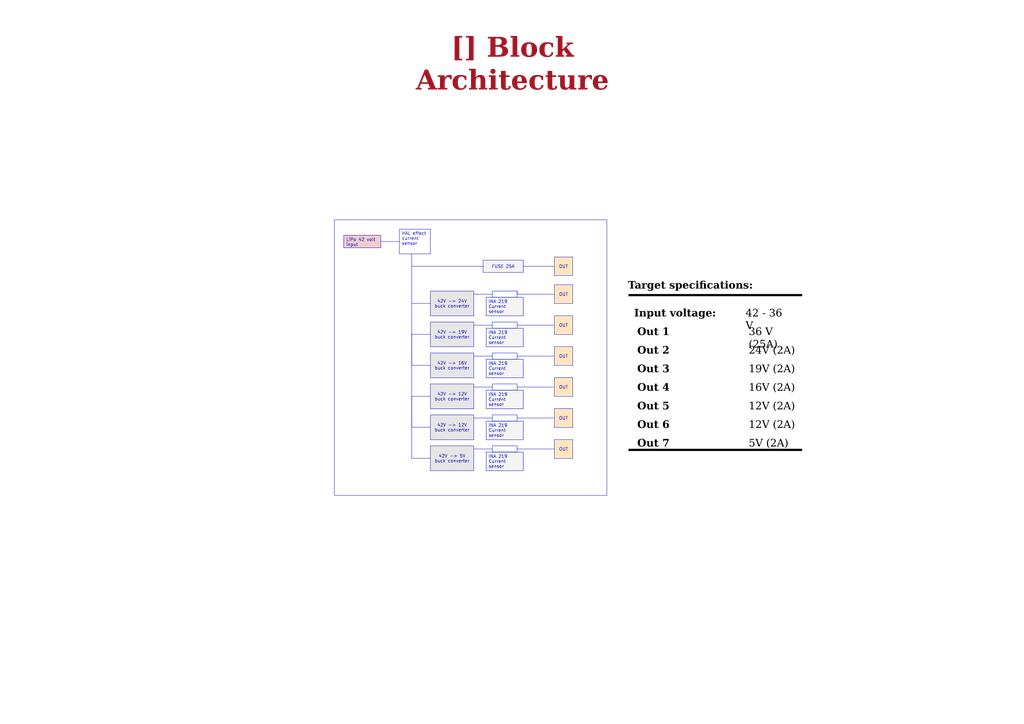
<source format=kicad_sch>
(kicad_sch
	(version 20231120)
	(generator "eeschema")
	(generator_version "8.0")
	(uuid "d4440dba-022e-49b2-97f2-6fc1871c7304")
	(paper "A3")
	(title_block
		(title "Sheet Title A")
		(date "Last Modified Date")
		(rev "${REVISION}")
		(company "${COMPANY}")
	)
	(lib_symbols)
	(polyline
		(pts
			(xy 212.09 158.75) (xy 227.33 158.75)
		)
		(stroke
			(width 0)
			(type default)
		)
		(uuid "06f59b4d-a17d-487a-b631-b66861ca4f37")
	)
	(polyline
		(pts
			(xy 212.09 146.05) (xy 227.33 146.05)
		)
		(stroke
			(width 0)
			(type default)
		)
		(uuid "0f3b1a90-79a6-42b7-8ec5-0f36b88faf69")
	)
	(polyline
		(pts
			(xy 212.09 184.15) (xy 227.33 184.15)
		)
		(stroke
			(width 0)
			(type default)
		)
		(uuid "2ae9b375-e501-4a21-948b-f01c71a7344c")
	)
	(polyline
		(pts
			(xy 168.91 175.26) (xy 176.53 175.26)
		)
		(stroke
			(width 0)
			(type default)
		)
		(uuid "2c4eeb8f-7c77-454c-b97b-d3d8eab41a09")
	)
	(polyline
		(pts
			(xy 194.31 184.15) (xy 201.93 184.15)
		)
		(stroke
			(width 0)
			(type default)
		)
		(uuid "3eda40e3-179c-4c77-a20b-ec4735e30987")
	)
	(polyline
		(pts
			(xy 212.09 171.45) (xy 227.33 171.45)
		)
		(stroke
			(width 0)
			(type default)
		)
		(uuid "43c6461f-f2a7-4907-a572-d39bcea16a77")
	)
	(polyline
		(pts
			(xy 194.31 120.65) (xy 201.93 120.65)
		)
		(stroke
			(width 0)
			(type default)
		)
		(uuid "4640aca7-cfd8-4965-baa2-f6cbb73ea76c")
	)
	(polyline
		(pts
			(xy 168.91 137.16) (xy 168.91 149.86)
		)
		(stroke
			(width 0)
			(type default)
		)
		(uuid "50c03fbe-ddd8-4945-bf8e-8893776f92a0")
	)
	(polyline
		(pts
			(xy 176.53 187.96) (xy 168.91 187.96)
		)
		(stroke
			(width 0)
			(type default)
		)
		(uuid "54cef406-22f2-4d1a-82e7-df4aa91e3843")
	)
	(polyline
		(pts
			(xy 194.31 146.05) (xy 201.93 146.05)
		)
		(stroke
			(width 0)
			(type default)
		)
		(uuid "696a6e64-a409-473e-849d-bac5d0e9c73a")
	)
	(polyline
		(pts
			(xy 212.09 120.65) (xy 227.33 120.65)
		)
		(stroke
			(width 0)
			(type default)
		)
		(uuid "6c6228a0-8f13-4e88-973c-9e2884505559")
	)
	(polyline
		(pts
			(xy 168.91 162.56) (xy 168.91 175.26)
		)
		(stroke
			(width 0)
			(type default)
		)
		(uuid "75c8d880-cf7a-4066-a870-5a0578bae22c")
	)
	(polyline
		(pts
			(xy 194.31 171.45) (xy 201.93 171.45)
		)
		(stroke
			(width 0)
			(type default)
		)
		(uuid "78e03d79-c1f1-41db-9719-cf2a6fec5752")
	)
	(polyline
		(pts
			(xy 212.09 119.38) (xy 212.09 120.65)
		)
		(stroke
			(width 0)
			(type default)
		)
		(uuid "8e1eb278-5df0-472a-bd4b-e187e718077e")
	)
	(polyline
		(pts
			(xy 168.91 124.46) (xy 176.53 124.46)
		)
		(stroke
			(width 0)
			(type default)
		)
		(uuid "8f823523-6d81-4ada-9a8d-8746f056e73a")
	)
	(polyline
		(pts
			(xy 168.91 104.14) (xy 168.91 187.96)
		)
		(stroke
			(width 0)
			(type default)
		)
		(uuid "a8436b7a-5b6b-4b74-978c-d4835280c45b")
	)
	(polyline
		(pts
			(xy 194.31 133.35) (xy 201.93 133.35)
		)
		(stroke
			(width 0)
			(type default)
		)
		(uuid "ada37276-4553-4f87-8205-932f06469d83")
	)
	(polyline
		(pts
			(xy 156.21 99.06) (xy 163.83 99.06)
		)
		(stroke
			(width 0)
			(type default)
		)
		(uuid "ade9449a-7646-4dab-b968-977b2f42f126")
	)
	(polyline
		(pts
			(xy 214.63 109.22) (xy 227.33 109.22)
		)
		(stroke
			(width 0)
			(type default)
		)
		(uuid "b1c3616d-29c5-431d-9fa7-8f4305c8d096")
	)
	(polyline
		(pts
			(xy 168.91 137.16) (xy 176.53 137.16)
		)
		(stroke
			(width 0)
			(type default)
		)
		(uuid "bc316ac6-debe-4ee6-9609-49f35a538054")
	)
	(polyline
		(pts
			(xy 176.53 162.56) (xy 168.91 162.56)
		)
		(stroke
			(width 0)
			(type default)
		)
		(uuid "d09c52ec-5d9a-4b50-b97c-30d2f43f73bf")
	)
	(polyline
		(pts
			(xy 212.09 133.35) (xy 227.33 133.35)
		)
		(stroke
			(width 0)
			(type default)
		)
		(uuid "dd482697-24f9-4587-bbc3-3727df31e956")
	)
	(polyline
		(pts
			(xy 194.31 158.75) (xy 201.93 158.75)
		)
		(stroke
			(width 0)
			(type default)
		)
		(uuid "f220f591-0c04-42be-a38a-ce23b80b1f55")
	)
	(polyline
		(pts
			(xy 168.91 149.86) (xy 176.53 149.86)
		)
		(stroke
			(width 0)
			(type default)
		)
		(uuid "f232c6ac-4447-46c2-82d3-a7eaf2ea3491")
	)
	(polyline
		(pts
			(xy 168.91 109.22) (xy 198.12 109.22)
		)
		(stroke
			(width 0)
			(type default)
		)
		(uuid "f5bd5b52-0627-4025-90fe-8980096cfbac")
	)
	(rectangle
		(start 201.93 182.88)
		(end 212.09 185.42)
		(stroke
			(width 0)
			(type default)
		)
		(fill
			(type none)
		)
		(uuid 0c7ed74d-938d-4900-a194-8be5354c7920)
	)
	(rectangle
		(start 137.16 90.17)
		(end 248.92 203.2)
		(stroke
			(width 0)
			(type default)
		)
		(fill
			(type none)
		)
		(uuid 128bd04e-e005-4efe-bb1a-02746c75afe1)
	)
	(rectangle
		(start 201.93 144.78)
		(end 212.09 147.32)
		(stroke
			(width 0)
			(type default)
		)
		(fill
			(type none)
		)
		(uuid 14628d22-d82d-4f80-9732-474e808d2320)
	)
	(rectangle
		(start 201.93 170.18)
		(end 212.09 172.72)
		(stroke
			(width 0)
			(type default)
		)
		(fill
			(type none)
		)
		(uuid 34d7fb62-b6e6-402c-8356-edd82cc07f63)
	)
	(rectangle
		(start 201.93 157.48)
		(end 212.09 160.02)
		(stroke
			(width 0)
			(type default)
		)
		(fill
			(type none)
		)
		(uuid 39098429-1882-4973-9cbc-7c62b6605a70)
	)
	(rectangle
		(start 257.81 184.15)
		(end 328.93 184.912)
		(stroke
			(width 0)
			(type default)
			(color 0 0 0 1)
		)
		(fill
			(type color)
			(color 0 0 0 1)
		)
		(uuid 8956a1c0-282a-4b1e-927b-8bc74278d14f)
	)
	(rectangle
		(start 201.93 119.38)
		(end 212.09 121.92)
		(stroke
			(width 0)
			(type default)
		)
		(fill
			(type none)
		)
		(uuid 8bb7547e-90df-420c-9ba4-d9364107d5ae)
	)
	(rectangle
		(start 201.93 132.08)
		(end 212.09 134.62)
		(stroke
			(width 0)
			(type default)
		)
		(fill
			(type none)
		)
		(uuid cc81af68-046f-4f9b-9b21-460e4646d80d)
	)
	(rectangle
		(start 257.81 120.65)
		(end 328.93 121.412)
		(stroke
			(width 0)
			(type default)
			(color 0 0 0 1)
		)
		(fill
			(type color)
			(color 0 0 0 1)
		)
		(uuid d631d51a-2515-45dc-a2c0-e57c4fee46cd)
	)
	(text_box "OUT"
		(exclude_from_sim no)
		(at 227.33 154.94 0)
		(size 7.62 7.62)
		(stroke
			(width 0)
			(type default)
		)
		(fill
			(type color)
			(color 255 229 191 1)
		)
		(effects
			(font
				(size 1.27 1.27)
			)
		)
		(uuid "058f8b0f-c231-4b3b-bbef-3bc231befd38")
	)
	(text_box "Out 2\n"
		(exclude_from_sim no)
		(at 259.08 139.7 0)
		(size 41.91 7.62)
		(stroke
			(width -0.0001)
			(type default)
		)
		(fill
			(type none)
		)
		(effects
			(font
				(face "Times New Roman")
				(size 3.048 3.048)
				(thickness 0.4572)
				(bold yes)
				(color 0 0 0 1)
			)
			(justify left top)
		)
		(uuid "094af17b-7d27-428a-ac7d-32c4461d72c7")
	)
	(text_box "INA 219\nCurrent sensor"
		(exclude_from_sim no)
		(at 199.39 160.02 0)
		(size 15.24 7.62)
		(stroke
			(width 0)
			(type default)
		)
		(fill
			(type color)
			(color 194 194 194 0.19)
		)
		(effects
			(font
				(size 1.27 1.27)
			)
			(justify left top)
		)
		(uuid "0c473aec-a996-46a1-a304-18d98584066b")
	)
	(text_box "Out 1"
		(exclude_from_sim no)
		(at 259.08 132.08 0)
		(size 43.18 7.62)
		(stroke
			(width -0.0001)
			(type default)
		)
		(fill
			(type none)
		)
		(effects
			(font
				(face "Times New Roman")
				(size 3.048 3.048)
				(thickness 0.4572)
				(bold yes)
				(color 0 0 0 1)
			)
			(justify left top)
		)
		(uuid "16ff5c12-a59a-498f-9a58-8440cea84b9d")
	)
	(text_box "16V (2A)"
		(exclude_from_sim no)
		(at 304.8 154.94 0)
		(size 27.94 7.62)
		(stroke
			(width -0.0001)
			(type default)
		)
		(fill
			(type none)
		)
		(effects
			(font
				(face "Times New Roman")
				(size 3.048 3.048)
				(color 0 0 0 1)
			)
			(justify left top)
		)
		(uuid "1883346d-ebab-41e8-a10b-89ac184a0abe")
	)
	(text_box "OUT"
		(exclude_from_sim no)
		(at 227.33 142.24 0)
		(size 7.62 7.62)
		(stroke
			(width 0)
			(type default)
		)
		(fill
			(type color)
			(color 255 229 191 1)
		)
		(effects
			(font
				(size 1.27 1.27)
			)
		)
		(uuid "1896551d-11d3-4422-9fc5-fd990180d0dd")
	)
	(text_box "INA 219\nCurrent sensor"
		(exclude_from_sim no)
		(at 199.39 172.72 0)
		(size 15.24 7.62)
		(stroke
			(width 0)
			(type default)
		)
		(fill
			(type color)
			(color 194 194 194 0.19)
		)
		(effects
			(font
				(size 1.27 1.27)
			)
			(justify left top)
		)
		(uuid "1ac9141f-ceab-4634-9a4d-31e68a9106d6")
	)
	(text_box "OUT"
		(exclude_from_sim no)
		(at 227.33 116.84 0)
		(size 7.62 7.62)
		(stroke
			(width 0)
			(type default)
		)
		(fill
			(type color)
			(color 255 229 191 1)
		)
		(effects
			(font
				(size 1.27 1.27)
			)
		)
		(uuid "1d2086f3-007e-43fe-b9e8-0fa6502f6a6c")
	)
	(text_box "OUT"
		(exclude_from_sim no)
		(at 227.33 180.34 0)
		(size 7.62 7.62)
		(stroke
			(width 0)
			(type default)
		)
		(fill
			(type color)
			(color 255 229 191 1)
		)
		(effects
			(font
				(size 1.27 1.27)
			)
		)
		(uuid "28dfef13-ba13-4f3b-8f1b-82e2287f21b2")
	)
	(text_box "INA 219\nCurrent sensor"
		(exclude_from_sim no)
		(at 199.39 134.62 0)
		(size 15.24 7.62)
		(stroke
			(width 0)
			(type default)
		)
		(fill
			(type color)
			(color 194 194 194 0.19)
		)
		(effects
			(font
				(size 1.27 1.27)
			)
			(justify left top)
		)
		(uuid "2a997f80-b173-4205-b239-67852c7648e8")
	)
	(text_box "42V -> 12V\nbuck converter"
		(exclude_from_sim no)
		(at 176.53 170.18 0)
		(size 17.78 10.16)
		(stroke
			(width 0)
			(type default)
		)
		(fill
			(type color)
			(color 132 132 132 0.2)
		)
		(effects
			(font
				(size 1.27 1.27)
			)
		)
		(uuid "2be056d7-b66e-4893-9d9e-850837babebe")
	)
	(text_box "Input voltage:"
		(exclude_from_sim no)
		(at 257.81 124.46 0)
		(size 41.91 7.62)
		(stroke
			(width -0.0001)
			(type default)
		)
		(fill
			(type none)
		)
		(effects
			(font
				(face "Times New Roman")
				(size 3.048 3.048)
				(thickness 0.4572)
				(bold yes)
				(color 0 0 0 1)
			)
			(justify left top)
		)
		(uuid "347e7e61-7c93-449c-8c65-b1d74937394e")
	)
	(text_box "19V (2A)"
		(exclude_from_sim no)
		(at 304.8 147.32 0)
		(size 29.21 7.62)
		(stroke
			(width -0.0001)
			(type default)
		)
		(fill
			(type none)
		)
		(effects
			(font
				(face "Times New Roman")
				(size 3.048 3.048)
				(color 0 0 0 1)
			)
			(justify left top)
		)
		(uuid "37354c60-dbdb-4aa1-a2b0-e6db1fd7a12e")
	)
	(text_box "36 V (25A)"
		(exclude_from_sim no)
		(at 304.8 132.08 0)
		(size 27.94 7.62)
		(stroke
			(width -0.0001)
			(type default)
		)
		(fill
			(type none)
		)
		(effects
			(font
				(face "Times New Roman")
				(size 3.048 3.048)
				(color 0 0 0 1)
			)
			(justify left top)
		)
		(uuid "3d9a8928-04fd-4c32-8894-e3210045027d")
	)
	(text_box "42V -> 5V\nbuck converter"
		(exclude_from_sim no)
		(at 176.53 182.88 0)
		(size 17.78 10.16)
		(stroke
			(width 0)
			(type default)
		)
		(fill
			(type color)
			(color 132 132 132 0.2)
		)
		(effects
			(font
				(size 1.27 1.27)
			)
		)
		(uuid "3debdc18-8f05-4385-80e0-4704817598c5")
	)
	(text_box "LiPo 42 volt\ninput"
		(exclude_from_sim no)
		(at 140.97 96.52 0)
		(size 15.24 5.08)
		(stroke
			(width 0)
			(type default)
		)
		(fill
			(type color)
			(color 194 0 0 0.2)
		)
		(effects
			(font
				(size 1.27 1.27)
			)
			(justify left top)
		)
		(uuid "3e810dec-aec8-41c2-a316-276358390b9b")
	)
	(text_box "12V (2A)"
		(exclude_from_sim no)
		(at 304.8 170.18 0)
		(size 29.21 7.62)
		(stroke
			(width -0.0001)
			(type default)
		)
		(fill
			(type none)
		)
		(effects
			(font
				(face "Times New Roman")
				(size 3.048 3.048)
				(color 0 0 0 1)
			)
			(justify left top)
		)
		(uuid "3ff909b8-88ee-4c6c-b81f-1e49bf789885")
	)
	(text_box "HAL effect current sensor"
		(exclude_from_sim no)
		(at 163.83 93.98 0)
		(size 12.7 10.16)
		(stroke
			(width 0)
			(type default)
		)
		(fill
			(type none)
		)
		(effects
			(font
				(size 1.27 1.27)
			)
			(justify left top)
		)
		(uuid "405add0b-cf70-419e-9c66-29097496503f")
	)
	(text_box "INA 219\nCurrent sensor"
		(exclude_from_sim no)
		(at 199.39 185.42 0)
		(size 15.24 7.62)
		(stroke
			(width 0)
			(type default)
		)
		(fill
			(type color)
			(color 194 194 194 0.19)
		)
		(effects
			(font
				(size 1.27 1.27)
			)
			(justify left top)
		)
		(uuid "465374ec-683f-49fb-8357-9930c6b6499b")
	)
	(text_box "Out 7"
		(exclude_from_sim no)
		(at 259.08 177.8 0)
		(size 44.45 7.62)
		(stroke
			(width -0.0001)
			(type default)
		)
		(fill
			(type none)
		)
		(effects
			(font
				(face "Times New Roman")
				(size 3.048 3.048)
				(thickness 0.4572)
				(bold yes)
				(color 0 0 0 1)
			)
			(justify left top)
		)
		(uuid "4dfff309-9b33-48c9-b855-3b85b0ea1677")
	)
	(text_box "42V -> 24V\nbuck converter"
		(exclude_from_sim no)
		(at 176.53 119.38 0)
		(size 17.78 10.16)
		(stroke
			(width 0)
			(type default)
		)
		(fill
			(type color)
			(color 132 132 132 0.2)
		)
		(effects
			(font
				(size 1.27 1.27)
			)
		)
		(uuid "598bd618-1319-41c2-853f-3ccd0bc0cfa9")
	)
	(text_box "OUT"
		(exclude_from_sim no)
		(at 227.33 105.41 0)
		(size 7.62 7.62)
		(stroke
			(width 0)
			(type default)
		)
		(fill
			(type color)
			(color 255 229 191 1)
		)
		(effects
			(font
				(size 1.27 1.27)
			)
		)
		(uuid "5aea8419-fafc-4f20-a501-ec3610055ae6")
	)
	(text_box "42V -> 19V\nbuck converter"
		(exclude_from_sim no)
		(at 176.53 132.08 0)
		(size 17.78 10.16)
		(stroke
			(width 0)
			(type default)
		)
		(fill
			(type color)
			(color 132 132 132 0.2)
		)
		(effects
			(font
				(size 1.27 1.27)
			)
		)
		(uuid "609505fe-a00c-4b81-814e-b1e303a79829")
	)
	(text_box "INA 219\nCurrent sensor"
		(exclude_from_sim no)
		(at 199.39 147.32 0)
		(size 15.24 7.62)
		(stroke
			(width 0)
			(type default)
		)
		(fill
			(type color)
			(color 194 194 194 0.19)
		)
		(effects
			(font
				(size 1.27 1.27)
			)
			(justify left top)
		)
		(uuid "642735dd-d364-43f0-a48b-fbb5fc3a29a1")
	)
	(text_box "INA 219\nCurrent sensor"
		(exclude_from_sim no)
		(at 199.39 121.92 0)
		(size 15.24 7.62)
		(stroke
			(width 0)
			(type default)
		)
		(fill
			(type color)
			(color 194 194 194 0.19)
		)
		(effects
			(font
				(size 1.27 1.27)
			)
			(justify left top)
		)
		(uuid "72dd72c4-7b2f-48a3-a63b-2cb02651fad5")
	)
	(text_box "[${#}] Block Architecture"
		(exclude_from_sim no)
		(at 144.78 20.32 0)
		(size 130.81 12.7)
		(stroke
			(width -0.0001)
			(type default)
		)
		(fill
			(type none)
		)
		(effects
			(font
				(face "Times New Roman")
				(size 8 8)
				(thickness 1.2)
				(bold yes)
				(color 162 22 34 1)
			)
		)
		(uuid "73b2b29c-2473-4e80-be0b-4f57c6856c3e")
	)
	(text_box "Out 4"
		(exclude_from_sim no)
		(at 259.08 154.94 0)
		(size 43.18 7.62)
		(stroke
			(width -0.0001)
			(type default)
		)
		(fill
			(type none)
		)
		(effects
			(font
				(face "Times New Roman")
				(size 3.048 3.048)
				(thickness 0.4572)
				(bold yes)
				(color 0 0 0 1)
			)
			(justify left top)
		)
		(uuid "7f9376a1-86bb-4e17-bf0d-cbf97fdf614e")
	)
	(text_box "Target specifications:"
		(exclude_from_sim no)
		(at 255.27 113.03 0)
		(size 73.66 7.62)
		(stroke
			(width -0.0001)
			(type default)
		)
		(fill
			(type none)
		)
		(effects
			(font
				(face "Times New Roman")
				(size 3.048 3.048)
				(thickness 0.4572)
				(bold yes)
				(color 0 0 0 1)
			)
			(justify left top)
		)
		(uuid "874bfc99-fafe-40d4-b7af-9ddb98b61eea")
	)
	(text_box "24V (2A)"
		(exclude_from_sim no)
		(at 304.8 139.7 0)
		(size 27.94 7.62)
		(stroke
			(width -0.0001)
			(type default)
		)
		(fill
			(type none)
		)
		(effects
			(font
				(face "Times New Roman")
				(size 3.048 3.048)
				(color 0 0 0 1)
			)
			(justify left top)
		)
		(uuid "8d13c5b4-c5e0-49ad-8e30-5a14333c15f4")
	)
	(text_box "FUSE 25A"
		(exclude_from_sim no)
		(at 198.12 106.68 0)
		(size 16.51 5.08)
		(stroke
			(width 0)
			(type default)
		)
		(fill
			(type color)
			(color 194 194 194 0.19)
		)
		(effects
			(font
				(size 1.27 1.27)
			)
		)
		(uuid "8e842784-b024-4f7f-9a5d-f67827326dce")
	)
	(text_box "Out 6"
		(exclude_from_sim no)
		(at 259.08 170.18 0)
		(size 44.45 7.62)
		(stroke
			(width -0.0001)
			(type default)
		)
		(fill
			(type none)
		)
		(effects
			(font
				(face "Times New Roman")
				(size 3.048 3.048)
				(thickness 0.4572)
				(bold yes)
				(color 0 0 0 1)
			)
			(justify left top)
		)
		(uuid "8f5a41af-f459-446b-a61d-1e4e51a153c3")
	)
	(text_box "42 - 36 V"
		(exclude_from_sim no)
		(at 303.53 124.46 0)
		(size 24.13 7.62)
		(stroke
			(width -0.0001)
			(type default)
		)
		(fill
			(type none)
		)
		(effects
			(font
				(face "Times New Roman")
				(size 3.048 3.048)
				(color 0 0 0 1)
			)
			(justify left top)
		)
		(uuid "aa388299-5267-444a-a70f-fbbbf3a9efdc")
	)
	(text_box "42V -> 16V\nbuck converter"
		(exclude_from_sim no)
		(at 176.53 144.78 0)
		(size 17.78 10.16)
		(stroke
			(width 0)
			(type default)
		)
		(fill
			(type color)
			(color 132 132 132 0.2)
		)
		(effects
			(font
				(size 1.27 1.27)
			)
		)
		(uuid "bacd4ff3-5ed0-427d-8671-784808f87470")
	)
	(text_box "12V (2A)"
		(exclude_from_sim no)
		(at 304.8 162.56 0)
		(size 30.48 7.62)
		(stroke
			(width -0.0001)
			(type default)
		)
		(fill
			(type none)
		)
		(effects
			(font
				(face "Times New Roman")
				(size 3.048 3.048)
				(color 0 0 0 1)
			)
			(justify left top)
		)
		(uuid "c01131cd-48f3-4afa-9c2c-3a6e691d3dfc")
	)
	(text_box "5V (2A)"
		(exclude_from_sim no)
		(at 304.8 177.8 0)
		(size 29.21 7.62)
		(stroke
			(width -0.0001)
			(type default)
		)
		(fill
			(type none)
		)
		(effects
			(font
				(face "Times New Roman")
				(size 3.048 3.048)
				(color 0 0 0 1)
			)
			(justify left top)
		)
		(uuid "c097f75c-6a7b-4f0f-90be-5ec8fab3f8bb")
	)
	(text_box "Out 5"
		(exclude_from_sim no)
		(at 259.08 162.56 0)
		(size 41.91 7.62)
		(stroke
			(width -0.0001)
			(type default)
		)
		(fill
			(type none)
		)
		(effects
			(font
				(face "Times New Roman")
				(size 3.048 3.048)
				(thickness 0.4572)
				(bold yes)
				(color 0 0 0 1)
			)
			(justify left top)
		)
		(uuid "c6d53bb7-6ce6-4b23-b532-82e1a10bd90d")
	)
	(text_box "42V -> 12V\nbuck converter"
		(exclude_from_sim no)
		(at 176.53 157.48 0)
		(size 17.78 10.16)
		(stroke
			(width 0)
			(type default)
		)
		(fill
			(type color)
			(color 132 132 132 0.2)
		)
		(effects
			(font
				(size 1.27 1.27)
			)
		)
		(uuid "d7c09160-dfb0-4186-9c43-3d89d80ab849")
	)
	(text_box "OUT"
		(exclude_from_sim no)
		(at 227.33 129.54 0)
		(size 7.62 7.62)
		(stroke
			(width 0)
			(type default)
		)
		(fill
			(type color)
			(color 255 229 191 1)
		)
		(effects
			(font
				(size 1.27 1.27)
			)
		)
		(uuid "ecbb6cca-6331-40ee-9efa-b983da289c82")
	)
	(text_box "Out 3"
		(exclude_from_sim no)
		(at 259.08 147.32 0)
		(size 44.45 7.62)
		(stroke
			(width -0.0001)
			(type default)
		)
		(fill
			(type none)
		)
		(effects
			(font
				(face "Times New Roman")
				(size 3.048 3.048)
				(thickness 0.4572)
				(bold yes)
				(color 0 0 0 1)
			)
			(justify left top)
		)
		(uuid "f73ecd5d-28d4-4dc6-ad8d-2c156959b733")
	)
	(text_box "OUT"
		(exclude_from_sim no)
		(at 227.33 167.64 0)
		(size 7.62 7.62)
		(stroke
			(width 0)
			(type default)
		)
		(fill
			(type color)
			(color 255 229 191 1)
		)
		(effects
			(font
				(size 1.27 1.27)
			)
		)
		(uuid "f77f5151-de59-43a8-ac33-e67aaf90d096")
	)
)

</source>
